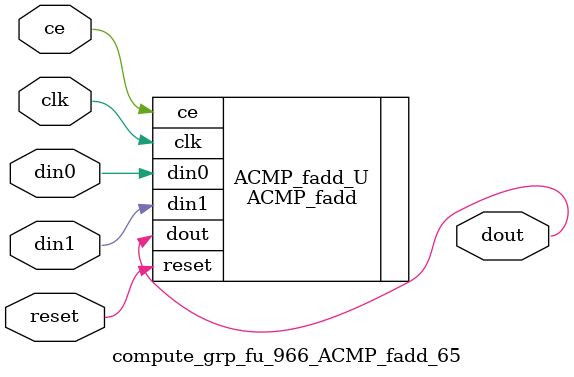
<source format=v>

`timescale 1 ns / 1 ps
module compute_grp_fu_966_ACMP_fadd_65(
    clk,
    reset,
    ce,
    din0,
    din1,
    dout);

parameter ID = 32'd1;
parameter NUM_STAGE = 32'd1;
parameter din0_WIDTH = 32'd1;
parameter din1_WIDTH = 32'd1;
parameter dout_WIDTH = 32'd1;
input clk;
input reset;
input ce;
input[din0_WIDTH - 1:0] din0;
input[din1_WIDTH - 1:0] din1;
output[dout_WIDTH - 1:0] dout;



ACMP_fadd #(
.ID( ID ),
.NUM_STAGE( 4 ),
.din0_WIDTH( din0_WIDTH ),
.din1_WIDTH( din1_WIDTH ),
.dout_WIDTH( dout_WIDTH ))
ACMP_fadd_U(
    .clk( clk ),
    .reset( reset ),
    .ce( ce ),
    .din0( din0 ),
    .din1( din1 ),
    .dout( dout ));

endmodule

</source>
